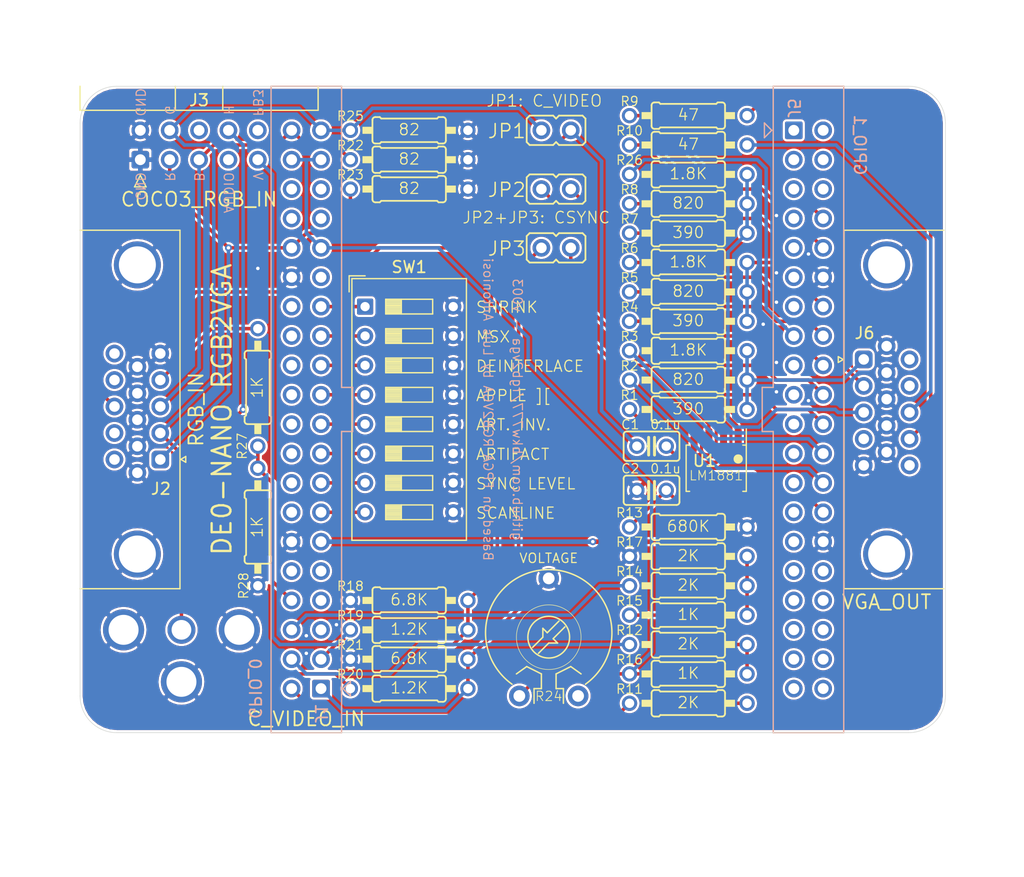
<source format=kicad_pcb>
(kicad_pcb (version 20171130) (host pcbnew 5.1.12-84ad8e8a86~92~ubuntu21.04.1)
  (title_block (title "DE0-NANO RGB2VGA") (date 2021-11-15) (rev 003) (company "Brian K. White - b.kenyon.w@gmail.com") (comment 1 "Original Design: Luis Antoniosi"))
  (layers (0 Top signal) (31 Bottom signal) (34 B.Paste user hide) (35 F.Paste user hide) (36 B.SilkS user) (37 F.SilkS user) (38 B.Mask user hide) (39 F.Mask user) (44 Edge.Cuts user))
  (net 0 "")
  (net 1 GND)
  (net 2 /CSYNC)
  (net 3 /RSET)
  (net 4 /DIFFG)
  (net 5 /HSYNC)
  (net 6 /VSYNC)
  (net 7 /DIFFB)
  (net 8 /DIFFR)
  (net 9 /DIFF_N)
  (net 10 +5V)
  (net 11 /_BRIGHT)
  (net 12 /D0)
  (net 13 /D1)
  (net 14 /_VSYNC)
  (net 15 /D2)
  (net 16 /_HSYNC)
  (net 17 /R2)
  (net 18 /R1)
  (net 19 /R0)
  (net 20 /G2)
  (net 21 /G1)
  (net 22 /G0)
  (net 23 /B1)
  (net 24 /B2)
  (net 25 /B0)
  (net 26 /HS)
  (net 27 /VS)
  (net 28 "Net-(JP2-Pad1)")
  (net 29 "Net-(JP3-Pad1)")
  (net 30 /RED)
  (net 31 /GREEN)
  (net 32 /BLUE)
  (net 33 "Net-(R12-Pad2)")
  (net 34 "Net-(R14-Pad2)")
  (net 35 /BRIGHT)
  (net 36 "Net-(J1-Pad27)")
  (net 37 "Net-(J1-Pad25)")
  (net 38 "Net-(J1-Pad23)")
  (net 39 "Net-(J1-Pad21)")
  (net 40 "Net-(J1-Pad19)")
  (net 41 "Net-(J1-Pad17)")
  (net 42 "Net-(J1-Pad15)")
  (net 43 "Net-(J1-Pad13)")
  (net 44 "Net-(J6-Pad14)")
  (net 45 "Net-(J6-Pad13)")
  (net 46 "Net-(C1-Pad2)")
  (module 000_LOCAL:DE0-Nano (layer Top) (at 143.7 103.765 270)
    (fp_text reference REF** hide)
    (fp_text value DE0-Nano)
  )
  (module 000_LOCAL:C025-025X050 (layer Top) (at 151.765 104.14)
    (fp_text reference C1 (at -1.8415 -1.397 unlocked) (layer F.SilkS) (effects (font (size 0.8 0.8) (thickness 0.1)) (justify bottom)))
    (fp_text value 0.1u (at 1.2065 -1.397 unlocked) (layer F.SilkS) (effects (font (size 0.8 0.8) (thickness 0.1)) (justify bottom)))
    (pad 2 thru_hole circle (at 1.27 0) (size 1.3208 1.3208) (drill 0.8128) (layers *.Cu *.Mask) (net 46 "Net-(C1-Pad2)"))
    (pad 1 thru_hole circle (at -1.27 0) (size 1.3208 1.3208) (drill 0.8128) (layers *.Cu *.Mask) (net 2 /CSYNC))
  )
  (module 000_LOCAL:C025-025X050 (layer Top) (at 151.765 107.95)
    (fp_text reference C2 (at -1.8415 -1.397 unlocked) (layer F.SilkS) (effects (font (size 0.8 0.8) (thickness 0.1)) (justify bottom)))
    (fp_text value 0.1u (at 1.2065 -1.397 unlocked) (layer F.SilkS) (effects (font (size 0.8 0.8) (thickness 0.1)) (justify bottom)))
    (pad 2 thru_hole circle (at 1.27 0) (size 1.3208 1.3208) (drill 0.8128) (layers *.Cu *.Mask) (net 3 /RSET))
    (pad 1 thru_hole circle (at -1.27 0) (size 1.3208 1.3208) (drill 0.8128) (layers *.Cu *.Mask) (net 1 GND))
  )
  (module 000_LOCAL:0207_10 (layer Top) (at 154.94 111.125)
    (fp_text reference R13 (at -5.08 -0.762 unlocked) (layer F.SilkS) (effects (font (size 0.8 0.8) (thickness 0.1)) (justify bottom)))
    (fp_text value 680K (at 0 0.5 unlocked) (layer F.SilkS) (effects (font (size 0.9652 0.9652) (thickness 0.1016)) (justify bottom)))
    (pad 2 thru_hole circle (at 5.08 0) (size 1.3208 1.3208) (drill 0.8128) (layers *.Cu *.Mask) (net 1 GND))
    (pad 1 thru_hole circle (at -5.08 0) (size 1.3208 1.3208) (drill 0.8128) (layers *.Cu *.Mask) (net 3 /RSET))
  )
  (module 000_LOCAL:0207_10 (layer Top) (at 154.94 126.365)
    (fp_text reference R11 (at -5.08 -0.762 unlocked) (layer F.SilkS) (effects (font (size 0.8 0.8) (thickness 0.1)) (justify bottom)))
    (fp_text value 2K (at 0 0.5 unlocked) (layer F.SilkS) (effects (font (size 0.9652 0.9652) (thickness 0.1016)) (justify bottom)))
    (pad 2 thru_hole circle (at 5.08 0) (size 1.3208 1.3208) (drill 0.8128) (layers *.Cu *.Mask) (net 9 /DIFF_N))
    (pad 1 thru_hole circle (at -5.08 0) (size 1.3208 1.3208) (drill 0.8128) (layers *.Cu *.Mask) (net 15 /D2))
  )
  (module 000_LOCAL:0207_10 (layer Top) (at 154.94 123.825)
    (fp_text reference R16 (at -5.08 -0.762 unlocked) (layer F.SilkS) (effects (font (size 0.8 0.8) (thickness 0.1)) (justify bottom)))
    (fp_text value 1K (at 0 0.5 unlocked) (layer F.SilkS) (effects (font (size 0.9652 0.9652) (thickness 0.1016)) (justify bottom)))
    (pad 2 thru_hole circle (at 5.08 0) (size 1.3208 1.3208) (drill 0.8128) (layers *.Cu *.Mask) (net 33 "Net-(R12-Pad2)"))
    (pad 1 thru_hole circle (at -5.08 0) (size 1.3208 1.3208) (drill 0.8128) (layers *.Cu *.Mask) (net 9 /DIFF_N))
  )
  (module 000_LOCAL:0207_10 (layer Top) (at 154.94 121.285)
    (fp_text reference R12 (at -5.08 -0.762 unlocked) (layer F.SilkS) (effects (font (size 0.8 0.8) (thickness 0.1)) (justify bottom)))
    (fp_text value 2K (at 0 0.5 unlocked) (layer F.SilkS) (effects (font (size 0.9652 0.9652) (thickness 0.1016)) (justify bottom)))
    (pad 2 thru_hole circle (at 5.08 0) (size 1.3208 1.3208) (drill 0.8128) (layers *.Cu *.Mask) (net 33 "Net-(R12-Pad2)"))
    (pad 1 thru_hole circle (at -5.08 0) (size 1.3208 1.3208) (drill 0.8128) (layers *.Cu *.Mask) (net 13 /D1))
  )
  (module 000_LOCAL:0207_10 (layer Top) (at 154.94 118.745)
    (fp_text reference R15 (at -5.08 -0.762 unlocked) (layer F.SilkS) (effects (font (size 0.8 0.8) (thickness 0.1)) (justify bottom)))
    (fp_text value 1K (at 0 0.5 unlocked) (layer F.SilkS) (effects (font (size 0.9652 0.9652) (thickness 0.1016)) (justify bottom)))
    (pad 2 thru_hole circle (at 5.08 0) (size 1.3208 1.3208) (drill 0.8128) (layers *.Cu *.Mask) (net 34 "Net-(R14-Pad2)"))
    (pad 1 thru_hole circle (at -5.08 0) (size 1.3208 1.3208) (drill 0.8128) (layers *.Cu *.Mask) (net 33 "Net-(R12-Pad2)"))
  )
  (module 000_LOCAL:0207_10 (layer Top) (at 154.94 116.205)
    (fp_text reference R14 (at -5.08 -0.762 unlocked) (layer F.SilkS) (effects (font (size 0.8 0.8) (thickness 0.1)) (justify bottom)))
    (fp_text value 2K (at 0 0.5 unlocked) (layer F.SilkS) (effects (font (size 0.9652 0.9652) (thickness 0.1016)) (justify bottom)))
    (pad 2 thru_hole circle (at 5.08 0) (size 1.3208 1.3208) (drill 0.8128) (layers *.Cu *.Mask) (net 34 "Net-(R14-Pad2)"))
    (pad 1 thru_hole circle (at -5.08 0) (size 1.3208 1.3208) (drill 0.8128) (layers *.Cu *.Mask) (net 12 /D0))
  )
  (module 000_LOCAL:0207_10 (layer Top) (at 154.94 113.665)
    (fp_text reference R17 (at -5.08 -0.762 unlocked) (layer F.SilkS) (effects (font (size 0.8 0.8) (thickness 0.1)) (justify bottom)))
    (fp_text value 2K (at 0 0.5 unlocked) (layer F.SilkS) (effects (font (size 0.9652 0.9652) (thickness 0.1016)) (justify bottom)))
    (pad 2 thru_hole circle (at 5.08 0) (size 1.3208 1.3208) (drill 0.8128) (layers *.Cu *.Mask) (net 34 "Net-(R14-Pad2)"))
    (pad 1 thru_hole circle (at -5.08 0) (size 1.3208 1.3208) (drill 0.8128) (layers *.Cu *.Mask) (net 1 GND))
  )
  (module 000_LOCAL:0207_10 (layer Top) (at 154.94 100.965)
    (fp_text reference R1 (at -5.08 -0.762 unlocked) (layer F.SilkS) (effects (font (size 0.8 0.8) (thickness 0.1)) (justify bottom)))
    (fp_text value 390 (at 0 0.5 unlocked) (layer F.SilkS) (effects (font (size 0.9652 0.9652) (thickness 0.1016)) (justify bottom)))
    (pad 2 thru_hole circle (at 5.08 0) (size 1.3208 1.3208) (drill 0.8128) (layers *.Cu *.Mask) (net 30 /RED))
    (pad 1 thru_hole circle (at -5.08 0) (size 1.3208 1.3208) (drill 0.8128) (layers *.Cu *.Mask) (net 17 /R2))
  )
  (module 000_LOCAL:0207_10 (layer Top) (at 154.94 98.425)
    (fp_text reference R2 (at -5.08 -0.762 unlocked) (layer F.SilkS) (effects (font (size 0.8 0.8) (thickness 0.1)) (justify bottom)))
    (fp_text value 820 (at 0 0.5 unlocked) (layer F.SilkS) (effects (font (size 0.9652 0.9652) (thickness 0.1016)) (justify bottom)))
    (pad 2 thru_hole circle (at 5.08 0) (size 1.3208 1.3208) (drill 0.8128) (layers *.Cu *.Mask) (net 30 /RED))
    (pad 1 thru_hole circle (at -5.08 0) (size 1.3208 1.3208) (drill 0.8128) (layers *.Cu *.Mask) (net 18 /R1))
  )
  (module 000_LOCAL:0207_10 (layer Top) (at 154.94 95.885)
    (fp_text reference R3 (at -5.08 -0.762 unlocked) (layer F.SilkS) (effects (font (size 0.8 0.8) (thickness 0.1)) (justify bottom)))
    (fp_text value 1.8K (at 0 0.5 unlocked) (layer F.SilkS) (effects (font (size 0.9652 0.9652) (thickness 0.1016)) (justify bottom)))
    (pad 2 thru_hole circle (at 5.08 0) (size 1.3208 1.3208) (drill 0.8128) (layers *.Cu *.Mask) (net 30 /RED))
    (pad 1 thru_hole circle (at -5.08 0) (size 1.3208 1.3208) (drill 0.8128) (layers *.Cu *.Mask) (net 19 /R0))
  )
  (module 000_LOCAL:0207_10 (layer Top) (at 154.94 93.345)
    (fp_text reference R4 (at -5.08 -0.762 unlocked) (layer F.SilkS) (effects (font (size 0.8 0.8) (thickness 0.1)) (justify bottom)))
    (fp_text value 390 (at 0 0.5 unlocked) (layer F.SilkS) (effects (font (size 0.9652 0.9652) (thickness 0.1016)) (justify bottom)))
    (pad 2 thru_hole circle (at 5.08 0) (size 1.3208 1.3208) (drill 0.8128) (layers *.Cu *.Mask) (net 31 /GREEN))
    (pad 1 thru_hole circle (at -5.08 0) (size 1.3208 1.3208) (drill 0.8128) (layers *.Cu *.Mask) (net 20 /G2))
  )
  (module 000_LOCAL:0207_10 (layer Top) (at 154.94 90.805)
    (fp_text reference R5 (at -5.08 -0.762 unlocked) (layer F.SilkS) (effects (font (size 0.8 0.8) (thickness 0.1)) (justify bottom)))
    (fp_text value 820 (at 0 0.5 unlocked) (layer F.SilkS) (effects (font (size 0.9652 0.9652) (thickness 0.1016)) (justify bottom)))
    (pad 2 thru_hole circle (at 5.08 0) (size 1.3208 1.3208) (drill 0.8128) (layers *.Cu *.Mask) (net 31 /GREEN))
    (pad 1 thru_hole circle (at -5.08 0) (size 1.3208 1.3208) (drill 0.8128) (layers *.Cu *.Mask) (net 21 /G1))
  )
  (module 000_LOCAL:0207_10 (layer Top) (at 154.94 88.265)
    (fp_text reference R6 (at -5.08 -0.762 unlocked) (layer F.SilkS) (effects (font (size 0.8 0.8) (thickness 0.1)) (justify bottom)))
    (fp_text value 1.8K (at 0 0.5 unlocked) (layer F.SilkS) (effects (font (size 0.9652 0.9652) (thickness 0.1016)) (justify bottom)))
    (pad 2 thru_hole circle (at 5.08 0) (size 1.3208 1.3208) (drill 0.8128) (layers *.Cu *.Mask) (net 31 /GREEN))
    (pad 1 thru_hole circle (at -5.08 0) (size 1.3208 1.3208) (drill 0.8128) (layers *.Cu *.Mask) (net 22 /G0))
  )
  (module 000_LOCAL:0207_10 (layer Top) (at 154.94 85.725)
    (fp_text reference R7 (at -5.08 -0.762 unlocked) (layer F.SilkS) (effects (font (size 0.8 0.8) (thickness 0.1)) (justify bottom)))
    (fp_text value 390 (at 0 0.5 unlocked) (layer F.SilkS) (effects (font (size 0.9652 0.9652) (thickness 0.1016)) (justify bottom)))
    (pad 2 thru_hole circle (at 5.08 0) (size 1.3208 1.3208) (drill 0.8128) (layers *.Cu *.Mask) (net 32 /BLUE))
    (pad 1 thru_hole circle (at -5.08 0) (size 1.3208 1.3208) (drill 0.8128) (layers *.Cu *.Mask) (net 24 /B2))
  )
  (module 000_LOCAL:0207_10 (layer Top) (at 154.94 83.185)
    (fp_text reference R8 (at -5.08 -0.762 unlocked) (layer F.SilkS) (effects (font (size 0.8 0.8) (thickness 0.1)) (justify bottom)))
    (fp_text value 820 (at 0 0.5 unlocked) (layer F.SilkS) (effects (font (size 0.9652 0.9652) (thickness 0.1016)) (justify bottom)))
    (pad 2 thru_hole circle (at 5.08 0) (size 1.3208 1.3208) (drill 0.8128) (layers *.Cu *.Mask) (net 32 /BLUE))
    (pad 1 thru_hole circle (at -5.08 0) (size 1.3208 1.3208) (drill 0.8128) (layers *.Cu *.Mask) (net 23 /B1))
  )
  (module 000_LOCAL:0207_10 (layer Top) (at 154.94 80.645)
    (fp_text reference R26 (at -5.08 -0.762 unlocked) (layer F.SilkS) (effects (font (size 0.8 0.8) (thickness 0.1)) (justify bottom)))
    (fp_text value 1.8K (at 0 0.5 unlocked) (layer F.SilkS) (effects (font (size 0.9652 0.9652) (thickness 0.1016)) (justify bottom)))
    (pad 2 thru_hole circle (at 5.08 0) (size 1.3208 1.3208) (drill 0.8128) (layers *.Cu *.Mask) (net 32 /BLUE))
    (pad 1 thru_hole circle (at -5.08 0) (size 1.3208 1.3208) (drill 0.8128) (layers *.Cu *.Mask) (net 25 /B0))
  )
  (module 000_LOCAL:0207_10 (layer Top) (at 154.94 78.105)
    (fp_text reference R10 (at -5.08 -0.762 unlocked) (layer F.SilkS) (effects (font (size 0.8 0.8) (thickness 0.1)) (justify bottom)))
    (fp_text value 47 (at 0 0.5 unlocked) (layer F.SilkS) (effects (font (size 0.9652 0.9652) (thickness 0.1016)) (justify bottom)))
    (pad 2 thru_hole circle (at 5.08 0) (size 1.3208 1.3208) (drill 0.8128) (layers *.Cu *.Mask) (net 45 "Net-(J6-Pad13)"))
    (pad 1 thru_hole circle (at -5.08 0) (size 1.3208 1.3208) (drill 0.8128) (layers *.Cu *.Mask) (net 26 /HS))
  )
  (module 000_LOCAL:0207_10 (layer Top) (at 154.94 75.565)
    (fp_text reference R9 (at -5.08 -0.762 unlocked) (layer F.SilkS) (effects (font (size 0.8 0.8) (thickness 0.1)) (justify bottom)))
    (fp_text value 47 (at 0 0.5 unlocked) (layer F.SilkS) (effects (font (size 0.9652 0.9652) (thickness 0.1016)) (justify bottom)))
    (pad 2 thru_hole circle (at 5.08 0) (size 1.3208 1.3208) (drill 0.8128) (layers *.Cu *.Mask) (net 44 "Net-(J6-Pad14)"))
    (pad 1 thru_hole circle (at -5.08 0) (size 1.3208 1.3208) (drill 0.8128) (layers *.Cu *.Mask) (net 27 /VS))
  )
  (module 000_LOCAL:0207_10 (layer Top) (at 130.81 81.915)
    (fp_text reference R23 (at -5.08 -0.762 unlocked) (layer F.SilkS) (effects (font (size 0.8 0.8) (thickness 0.1)) (justify bottom)))
    (fp_text value 82 (at 0 0.5 unlocked) (layer F.SilkS) (effects (font (size 0.9652 0.9652) (thickness 0.1016)) (justify bottom)))
    (pad 2 thru_hole circle (at 5.08 0) (size 1.3208 1.3208) (drill 0.8128) (layers *.Cu *.Mask) (net 1 GND))
    (pad 1 thru_hole circle (at -5.08 0) (size 1.3208 1.3208) (drill 0.8128) (layers *.Cu *.Mask) (net 8 /DIFFR))
  )
  (module 000_LOCAL:0207_10 (layer Top) (at 130.81 79.375)
    (fp_text reference R22 (at -5.08 -0.762 unlocked) (layer F.SilkS) (effects (font (size 0.8 0.8) (thickness 0.1)) (justify bottom)))
    (fp_text value 82 (at 0 0.5 unlocked) (layer F.SilkS) (effects (font (size 0.9652 0.9652) (thickness 0.1016)) (justify bottom)))
    (pad 2 thru_hole circle (at 5.08 0) (size 1.3208 1.3208) (drill 0.8128) (layers *.Cu *.Mask) (net 1 GND))
    (pad 1 thru_hole circle (at -5.08 0) (size 1.3208 1.3208) (drill 0.8128) (layers *.Cu *.Mask) (net 7 /DIFFB))
  )
  (module 000_LOCAL:0207_10 (layer Top) (at 130.81 76.835)
    (fp_text reference R25 (at -5.08 -0.762 unlocked) (layer F.SilkS) (effects (font (size 0.8 0.8) (thickness 0.1)) (justify bottom)))
    (fp_text value 82 (at 0 0.5 unlocked) (layer F.SilkS) (effects (font (size 0.9652 0.9652) (thickness 0.1016)) (justify bottom)))
    (pad 2 thru_hole circle (at 5.08 0) (size 1.3208 1.3208) (drill 0.8128) (layers *.Cu *.Mask) (net 1 GND))
    (pad 1 thru_hole circle (at -5.08 0) (size 1.3208 1.3208) (drill 0.8128) (layers *.Cu *.Mask) (net 4 /DIFFG))
  )
  (module 000_LOCAL:0207_10 (layer Top) (at 130.81 125.095)
    (fp_text reference R20 (at -5.08 -0.762 unlocked) (layer F.SilkS) (effects (font (size 0.8 0.8) (thickness 0.1)) (justify bottom)))
    (fp_text value 1.2K (at 0 0.5 unlocked) (layer F.SilkS) (effects (font (size 0.9652 0.9652) (thickness 0.1016)) (justify bottom)))
    (pad 2 thru_hole circle (at 5.08 0) (size 1.3208 1.3208) (drill 0.8128) (layers *.Cu *.Mask) (net 16 /_HSYNC))
    (pad 1 thru_hole circle (at -5.08 0) (size 1.3208 1.3208) (drill 0.8128) (layers *.Cu *.Mask) (net 5 /HSYNC))
  )
  (module 000_LOCAL:0207_10 (layer Top) (at 130.81 122.555)
    (fp_text reference R21 (at -5.08 -0.762 unlocked) (layer F.SilkS) (effects (font (size 0.8 0.8) (thickness 0.1)) (justify bottom)))
    (fp_text value 6.8K (at 0 0.5 unlocked) (layer F.SilkS) (effects (font (size 0.9652 0.9652) (thickness 0.1016)) (justify bottom)))
    (pad 2 thru_hole circle (at 5.08 0) (size 1.3208 1.3208) (drill 0.8128) (layers *.Cu *.Mask) (net 16 /_HSYNC))
    (pad 1 thru_hole circle (at -5.08 0) (size 1.3208 1.3208) (drill 0.8128) (layers *.Cu *.Mask) (net 1 GND))
  )
  (module 000_LOCAL:0207_10 (layer Top) (at 130.81 120.015)
    (fp_text reference R19 (at -5.08 -0.762 unlocked) (layer F.SilkS) (effects (font (size 0.8 0.8) (thickness 0.1)) (justify bottom)))
    (fp_text value 1.2K (at 0 0.5 unlocked) (layer F.SilkS) (effects (font (size 0.9652 0.9652) (thickness 0.1016)) (justify bottom)))
    (pad 2 thru_hole circle (at 5.08 0) (size 1.3208 1.3208) (drill 0.8128) (layers *.Cu *.Mask) (net 14 /_VSYNC))
    (pad 1 thru_hole circle (at -5.08 0) (size 1.3208 1.3208) (drill 0.8128) (layers *.Cu *.Mask) (net 6 /VSYNC))
  )
  (module 000_LOCAL:0207_10 (layer Top) (at 130.81 117.475)
    (fp_text reference R18 (at -5.08 -0.762 unlocked) (layer F.SilkS) (effects (font (size 0.8 0.8) (thickness 0.1)) (justify bottom)))
    (fp_text value 6.8K (at 0 0.5 unlocked) (layer F.SilkS) (effects (font (size 0.9652 0.9652) (thickness 0.1016)) (justify bottom)))
    (pad 2 thru_hole circle (at 5.08 0) (size 1.3208 1.3208) (drill 0.8128) (layers *.Cu *.Mask) (net 14 /_VSYNC))
    (pad 1 thru_hole circle (at -5.08 0) (size 1.3208 1.3208) (drill 0.8128) (layers *.Cu *.Mask) (net 1 GND))
  )
  (module 000_LOCAL:0207_10 (layer Top) (at 117.729 111.125 90)
    (fp_text reference R28 (at -5.08 -0.762 90 unlocked) (layer F.SilkS) (effects (font (size 0.8 0.8) (thickness 0.1)) (justify bottom)))
    (fp_text value 1K (at 0 0.5 90 unlocked) (layer F.SilkS) (effects (font (size 0.9652 0.9652) (thickness 0.1016)) (justify bottom)))
    (pad 2 thru_hole circle (at 5.08 0 90) (size 1.3208 1.3208) (drill 0.8128) (layers *.Cu *.Mask) (net 11 /_BRIGHT))
    (pad 1 thru_hole circle (at -5.08 0 90) (size 1.3208 1.3208) (drill 0.8128) (layers *.Cu *.Mask) (net 1 GND))
  )
  (module 000_LOCAL:0207_10 (layer Top) (at 117.729 99.06 90)
    (fp_text reference R27 (at -5.08 -0.889 90 unlocked) (layer F.SilkS) (effects (font (size 0.8 0.8) (thickness 0.1)) (justify bottom)))
    (fp_text value 1K (at 0 0.5 90 unlocked) (layer F.SilkS) (effects (font (size 0.9652 0.9652) (thickness 0.1016)) (justify bottom)))
    (pad 2 thru_hole circle (at 5.08 0 90) (size 1.3208 1.3208) (drill 0.8128) (layers *.Cu *.Mask) (net 35 /BRIGHT))
    (pad 1 thru_hole circle (at -5.08 0 90) (size 1.3208 1.3208) (drill 0.8128) (layers *.Cu *.Mask) (net 11 /_BRIGHT))
  )
  (module 000_LOCAL:HD15-SN-25 (layer Top) (at 172.085 100.965 90)
    (fp_text reference J6 (at 6.604 -1.905) (layer F.SilkS))
    (fp_text value VGA_OUT (at -16.637 0) (layer F.SilkS) (effects (font (size 1.2192 1.2192) (thickness 0.1524))))
    (pad 0 thru_hole circle (at 12.5 0 90) (size 4.064 4.064) (drill 3.2004) (layers *.Cu *.Mask) (net 1 GND))
    (pad 0 thru_hole circle (at -12.5 0 90) (size 4.064 4.064) (drill 3.2004) (layers *.Cu *.Mask) (net 1 GND))
    (pad 15 thru_hole circle (at -4.834 1.98 90) (size 1.524 1.524) (drill 0.9144) (layers *.Cu *.Mask))
    (pad 14 thru_hole circle (at -2.544 1.98 90) (size 1.524 1.524) (drill 0.9144) (layers *.Cu *.Mask) (net 44 "Net-(J6-Pad14)"))
    (pad 13 thru_hole circle (at -0.254 1.98 90) (size 1.524 1.524) (drill 0.9144) (layers *.Cu *.Mask) (net 45 "Net-(J6-Pad13)"))
    (pad 12 thru_hole circle (at 2.036 1.98 90) (size 1.524 1.524) (drill 0.9144) (layers *.Cu *.Mask))
    (pad 11 thru_hole circle (at 4.326 1.98 90) (size 1.524 1.524) (drill 0.9144) (layers *.Cu *.Mask))
    (pad 10 thru_hole circle (at -3.689 0 90) (size 1.524 1.524) (drill 0.9144) (layers *.Cu *.Mask) (net 1 GND))
    (pad 9 thru_hole circle (at -1.399 0 90) (size 1.524 1.524) (drill 0.9144) (layers *.Cu *.Mask) (net 1 GND))
    (pad 8 thru_hole circle (at 0.891 0 90) (size 1.524 1.524) (drill 0.9144) (layers *.Cu *.Mask) (net 1 GND))
    (pad 7 thru_hole circle (at 3.181 0 90) (size 1.524 1.524) (drill 0.9144) (layers *.Cu *.Mask) (net 1 GND))
    (pad 6 thru_hole circle (at 5.471 0 90) (size 1.524 1.524) (drill 0.9144) (layers *.Cu *.Mask) (net 1 GND))
    (pad 5 thru_hole circle (at -4.834 -1.98 90) (size 1.524 1.524) (drill 0.9144) (layers *.Cu *.Mask) (net 1 GND))
    (pad 4 thru_hole circle (at -2.544 -1.98 90) (size 1.524 1.524) (drill 0.9144) (layers *.Cu *.Mask))
    (pad 3 thru_hole circle (at -0.254 -1.98 90) (size 1.524 1.524) (drill 0.9144) (layers *.Cu *.Mask) (net 32 /BLUE))
    (pad 2 thru_hole circle (at 2.036 -1.98 90) (size 1.524 1.524) (drill 0.9144) (layers *.Cu *.Mask) (net 31 /GREEN))
    (pad 1 thru_hole roundrect (at 4.326 -1.98 90) (size 1.524 1.524) (drill 0.9144) (layers *.Cu *.Mask) (net 30 /RED))
  )
  (module 000_LOCAL:HD15-SN-25 (layer Top) (at 107.315 100.965 270)
    (fp_text reference J2 (at 6.858 -2.032) (layer F.SilkS))
    (fp_text value RGB_IN (at 0 -5.08 90) (layer F.SilkS) (effects (font (size 1.2192 1.2192) (thickness 0.1524))))
    (pad 0 thru_hole circle (at 12.5 0 270) (size 4.064 4.064) (drill 3.2004) (layers *.Cu *.Mask) (net 1 GND))
    (pad 0 thru_hole circle (at -12.5 0 270) (size 4.064 4.064) (drill 3.2004) (layers *.Cu *.Mask) (net 1 GND))
    (pad 15 thru_hole circle (at -4.834 1.98 270) (size 1.524 1.524) (drill 0.9144) (layers *.Cu *.Mask))
    (pad 14 thru_hole circle (at -2.544 1.98 270) (size 1.524 1.524) (drill 0.9144) (layers *.Cu *.Mask))
    (pad 13 thru_hole circle (at -0.254 1.98 270) (size 1.524 1.524) (drill 0.9144) (layers *.Cu *.Mask) (net 2 /CSYNC))
    (pad 12 thru_hole circle (at 2.036 1.98 270) (size 1.524 1.524) (drill 0.9144) (layers *.Cu *.Mask))
    (pad 11 thru_hole circle (at 4.326 1.98 270) (size 1.524 1.524) (drill 0.9144) (layers *.Cu *.Mask))
    (pad 10 thru_hole circle (at -3.689 0 270) (size 1.524 1.524) (drill 0.9144) (layers *.Cu *.Mask) (net 1 GND))
    (pad 9 thru_hole circle (at -1.399 0 270) (size 1.524 1.524) (drill 0.9144) (layers *.Cu *.Mask) (net 1 GND))
    (pad 8 thru_hole circle (at 0.891 0 270) (size 1.524 1.524) (drill 0.9144) (layers *.Cu *.Mask) (net 1 GND))
    (pad 7 thru_hole circle (at 3.181 0 270) (size 1.524 1.524) (drill 0.9144) (layers *.Cu *.Mask) (net 1 GND))
    (pad 6 thru_hole circle (at 5.471 0 270) (size 1.524 1.524) (drill 0.9144) (layers *.Cu *.Mask) (net 1 GND))
    (pad 5 thru_hole circle (at -4.834 -1.98 270) (size 1.524 1.524) (drill 0.9144) (layers *.Cu *.Mask) (net 1 GND))
    (pad 4 thru_hole circle (at -2.544 -1.98 270) (size 1.524 1.524) (drill 0.9144) (layers *.Cu *.Mask) (net 35 /BRIGHT))
    (pad 3 thru_hole circle (at -0.254 -1.98 270) (size 1.524 1.524) (drill 0.9144) (layers *.Cu *.Mask) (net 7 /DIFFB))
    (pad 2 thru_hole circle (at 2.036 -1.98 270) (size 1.524 1.524) (drill 0.9144) (layers *.Cu *.Mask) (net 4 /DIFFG))
    (pad 1 thru_hole roundrect (at 4.326 -1.98 270) (size 1.524 1.524) (drill 0.9144) (layers *.Cu *.Mask) (net 8 /DIFFR))
  )
  (module 000_LOCAL:IDC-Header_2x05_P2.54mm_Horizontal (layer Top) (at 107.569 79.375 90)
    (fp_text reference J3 (at 5.1435 5.08) (layer F.SilkS))
    (fp_text value COCO3_RGB_IN (at -3.429 5.08 180) (layer F.SilkS) (effects (font (size 1.2192 1.2192) (thickness 0.1524))))
    (pad 10 thru_hole circle (at 2.54 10.16 90) (size 1.524 1.524) (drill 0.9398) (layers *.Cu *.Mask))
    (pad 8 thru_hole circle (at 2.54 7.62 90) (size 1.524 1.524) (drill 0.9398) (layers *.Cu *.Mask) (net 5 /HSYNC))
    (pad 6 thru_hole circle (at 2.54 5.08 90) (size 1.524 1.524) (drill 0.9398) (layers *.Cu *.Mask))
    (pad 4 thru_hole circle (at 2.54 2.54 90) (size 1.524 1.524) (drill 0.9398) (layers *.Cu *.Mask) (net 4 /DIFFG))
    (pad 2 thru_hole circle (at 2.54 0 90) (size 1.524 1.524) (drill 0.9398) (layers *.Cu *.Mask) (net 1 GND))
    (pad 9 thru_hole circle (at 0 10.16 90) (size 1.524 1.524) (drill 0.9398) (layers *.Cu *.Mask) (net 6 /VSYNC))
    (pad 7 thru_hole circle (at 0 7.62 90) (size 1.524 1.524) (drill 0.9398) (layers *.Cu *.Mask))
    (pad 5 thru_hole circle (at 0 5.08 90) (size 1.524 1.524) (drill 0.9398) (layers *.Cu *.Mask) (net 7 /DIFFB))
    (pad 3 thru_hole circle (at 0 2.54 90) (size 1.524 1.524) (drill 0.9398) (layers *.Cu *.Mask) (net 8 /DIFFR))
    (pad 1 thru_hole roundrect (at 0 0 90) (size 1.524 1.524) (drill 0.9398) (layers *.Cu *.Mask) (roundrect_rratio 0.147) (net 1 GND))
  )
  (module 000_LOCAL:PinSocket_2x20_P2.54mm_Vertical (layer Bottom) (at 164.0586 76.835 180)
    (fp_text reference J5 (at 0 1.905 270 unlocked) (layer B.SilkS) (effects (justify mirror)))
    (fp_text value GPIO_1 (at -5.715 -1.27 270 unlocked) (layer B.SilkS) (effects (justify mirror)))
    (pad 40 thru_hole circle (at -2.54 -48.26 180) (size 1.524 1.524) (drill 0.9398) (layers *.Cu *.Mask))
    (pad 39 thru_hole circle (at 0 -48.26 180) (size 1.524 1.524) (drill 0.9398) (layers *.Cu *.Mask))
    (pad 38 thru_hole circle (at -2.54 -45.72 180) (size 1.524 1.524) (drill 0.9398) (layers *.Cu *.Mask))
    (pad 37 thru_hole circle (at 0 -45.72 180) (size 1.524 1.524) (drill 0.9398) (layers *.Cu *.Mask))
    (pad 36 thru_hole circle (at -2.54 -43.18 180) (size 1.524 1.524) (drill 0.9398) (layers *.Cu *.Mask))
    (pad 35 thru_hole circle (at 0 -43.18 180) (size 1.524 1.524) (drill 0.9398) (layers *.Cu *.Mask))
    (pad 34 thru_hole circle (at -2.54 -40.64 180) (size 1.524 1.524) (drill 0.9398) (layers *.Cu *.Mask))
    (pad 33 thru_hole circle (at 0 -40.64 180) (size 1.524 1.524) (drill 0.9398) (layers *.Cu *.Mask))
    (pad 32 thru_hole circle (at -2.54 -38.1 180) (size 1.524 1.524) (drill 0.9398) (layers *.Cu *.Mask))
    (pad 31 thru_hole circle (at 0 -38.1 180) (size 1.524 1.524) (drill 0.9398) (layers *.Cu *.Mask))
    (pad 30 thru_hole circle (at -2.54 -35.56 180) (size 1.524 1.524) (drill 0.9398) (layers *.Cu *.Mask) (net 1 GND))
    (pad 29 thru_hole circle (at 0 -35.56 180) (size 1.524 1.524) (drill 0.9398) (layers *.Cu *.Mask))
    (pad 28 thru_hole circle (at -2.54 -33.02 180) (size 1.524 1.524) (drill 0.9398) (layers *.Cu *.Mask) (net 17 /R2))
    (pad 27 thru_hole circle (at 0 -33.02 180) (size 1.524 1.524) (drill 0.9398) (layers *.Cu *.Mask))
    (pad 26 thru_hole circle (at -2.54 -30.48 180) (size 1.524 1.524) (drill 0.9398) (layers *.Cu *.Mask) (net 18 /R1))
    (pad 25 thru_hole circle (at 0 -30.48 180) (size 1.524 1.524) (drill 0.9398) (layers *.Cu *.Mask))
    (pad 24 thru_hole circle (at -2.54 -27.94 180) (size 1.524 1.524) (drill 0.9398) (layers *.Cu *.Mask) (net 19 /R0))
    (pad 23 thru_hole circle (at 0 -27.94 180) (size 1.524 1.524) (drill 0.9398) (layers *.Cu *.Mask))
    (pad 22 thru_hole circle (at -2.54 -25.4 180) (size 1.524 1.524) (drill 0.9398) (layers *.Cu *.Mask) (net 20 /G2))
    (pad 21 thru_hole circle (at 0 -25.4 180) (size 1.524 1.524) (drill 0.9398) (layers *.Cu *.Mask))
    (pad 20 thru_hole circle (at -2.54 -22.86 180) (size 1.524 1.524) (drill 0.9398) (layers *.Cu *.Mask) (net 21 /G1))
    (pad 19 thru_hole circle (at 0 -22.86 180) (size 1.524 1.524) (drill 0.9398) (layers *.Cu *.Mask))
    (pad 18 thru_hole circle (at -2.54 -20.32 180) (size 1.524 1.524) (drill 0.9398) (layers *.Cu *.Mask) (net 22 /G0))
    (pad 17 thru_hole circle (at 0 -20.32 180) (size 1.524 1.524) (drill 0.9398) (layers *.Cu *.Mask))
    (pad 16 thru_hole circle (at -2.54 -17.78 180) (size 1.524 1.524) (drill 0.9398) (layers *.Cu *.Mask) (net 24 /B2))
    (pad 15 thru_hole circle (at 0 -17.78 180) (size 1.524 1.524) (drill 0.9398) (layers *.Cu *.Mask) (net 25 /B0))
    (pad 14 thru_hole circle (at -2.54 -15.24 180) (size 1.524 1.524) (drill 0.9398) (layers *.Cu *.Mask) (net 23 /B1))
    (pad 13 thru_hole circle (at 0 -15.24 180) (size 1.524 1.524) (drill 0.9398) (layers *.Cu *.Mask))
    (pad 12 thru_hole circle (at -2.54 -12.7 180) (size 1.524 1.524) (drill 0.9398) (layers *.Cu *.Mask) (net 1 GND))
    (pad 11 thru_hole circle (at 0 -12.7 180) (size 1.524 1.524) (drill 0.9398) (layers *.Cu *.Mask))
    (pad 10 thru_hole circle (at -2.54 -10.16 180) (size 1.524 1.524) (drill 0.9398) (layers *.Cu *.Mask) (net 26 /HS))
    (pad 9 thru_hole circle (at 0 -10.16 180) (size 1.524 1.524) (drill 0.9398) (layers *.Cu *.Mask))
    (pad 8 thru_hole circle (at -2.54 -7.62 180) (size 1.524 1.524) (drill 0.9398) (layers *.Cu *.Mask) (net 27 /VS))
    (pad 7 thru_hole circle (at 0 -7.62 180) (size 1.524 1.524) (drill 0.9398) (layers *.Cu *.Mask))
    (pad 6 thru_hole circle (at -2.54 -5.08 180) (size 1.524 1.524) (drill 0.9398) (layers *.Cu *.Mask))
    (pad 5 thru_hole circle (at 0 -5.08 180) (size 1.524 1.524) (drill 0.9398) (layers *.Cu *.Mask))
    (pad 4 thru_hole circle (at -2.54 -2.54 180) (size 1.524 1.524) (drill 0.9398) (layers *.Cu *.Mask))
    (pad 3 thru_hole circle (at 0 -2.54 180) (size 1.524 1.524) (drill 0.9398) (layers *.Cu *.Mask))
    (pad 2 thru_hole circle (at -2.54 0 180) (size 1.524 1.524) (drill 0.9398) (layers *.Cu *.Mask))
    (pad 1 thru_hole roundrect (at 0 0 180) (size 1.524 1.524) (drill 0.9398) (layers *.Cu *.Mask) (roundrect_rratio 0.1))
  )
  (module 000_LOCAL:PinSocket_2x20_P2.54mm_Vertical (layer Bottom) (at 123.19 125.095)
    (fp_text reference J1 (at 0 2.159 -90 unlocked) (layer B.SilkS) (effects (justify mirror)))
    (fp_text value GPIO_0 (at -5.715 0 -90 unlocked) (layer B.SilkS) (effects (justify mirror)))
    (pad 40 thru_hole circle (at -2.54 -48.26) (size 1.524 1.524) (drill 0.9398) (layers *.Cu *.Mask) (net 7 /DIFFB))
    (pad 39 thru_hole circle (at 0 -48.26) (size 1.524 1.524) (drill 0.9398) (layers *.Cu *.Mask) (net 4 /DIFFG))
    (pad 38 thru_hole circle (at -2.54 -45.72) (size 1.524 1.524) (drill 0.9398) (layers *.Cu *.Mask) (net 9 /DIFF_N))
    (pad 37 thru_hole circle (at 0 -45.72) (size 1.524 1.524) (drill 0.9398) (layers *.Cu *.Mask) (net 9 /DIFF_N))
    (pad 36 thru_hole circle (at -2.54 -43.18) (size 1.524 1.524) (drill 0.9398) (layers *.Cu *.Mask))
    (pad 35 thru_hole circle (at 0 -43.18) (size 1.524 1.524) (drill 0.9398) (layers *.Cu *.Mask))
    (pad 34 thru_hole circle (at -2.54 -40.64) (size 1.524 1.524) (drill 0.9398) (layers *.Cu *.Mask))
    (pad 33 thru_hole circle (at 0 -40.64) (size 1.524 1.524) (drill 0.9398) (layers *.Cu *.Mask))
    (pad 32 thru_hole circle (at -2.54 -38.1) (size 1.524 1.524) (drill 0.9398) (layers *.Cu *.Mask) (net 8 /DIFFR))
    (pad 31 thru_hole circle (at 0 -38.1) (size 1.524 1.524) (drill 0.9398) (layers *.Cu *.Mask) (net 9 /DIFF_N))
    (pad 30 thru_hole circle (at -2.54 -35.56) (size 1.524 1.524) (drill 0.9398) (layers *.Cu *.Mask) (net 1 GND))
    (pad 29 thru_hole circle (at 0 -35.56) (size 1.524 1.524) (drill 0.9398) (layers *.Cu *.Mask))
    (pad 28 thru_hole circle (at -2.54 -33.02) (size 1.524 1.524) (drill 0.9398) (layers *.Cu *.Mask))
    (pad 27 thru_hole circle (at 0 -33.02) (size 1.524 1.524) (drill 0.9398) (layers *.Cu *.Mask) (net 36 "Net-(J1-Pad27)"))
    (pad 26 thru_hole circle (at -2.54 -30.48) (size 1.524 1.524) (drill 0.9398) (layers *.Cu *.Mask))
    (pad 25 thru_hole circle (at 0 -30.48) (size 1.524 1.524) (drill 0.9398) (layers *.Cu *.Mask) (net 37 "Net-(J1-Pad25)"))
    (pad 24 thru_hole circle (at -2.54 -27.94) (size 1.524 1.524) (drill 0.9398) (layers *.Cu *.Mask))
    (pad 23 thru_hole circle (at 0 -27.94) (size 1.524 1.524) (drill 0.9398) (layers *.Cu *.Mask) (net 38 "Net-(J1-Pad23)"))
    (pad 22 thru_hole circle (at -2.54 -25.4) (size 1.524 1.524) (drill 0.9398) (layers *.Cu *.Mask))
    (pad 21 thru_hole circle (at 0 -25.4) (size 1.524 1.524) (drill 0.9398) (layers *.Cu *.Mask) (net 39 "Net-(J1-Pad21)"))
    (pad 20 thru_hole circle (at -2.54 -22.86) (size 1.524 1.524) (drill 0.9398) (layers *.Cu *.Mask))
    (pad 19 thru_hole circle (at 0 -22.86) (size 1.524 1.524) (drill 0.9398) (layers *.Cu *.Mask) (net 40 "Net-(J1-Pad19)"))
    (pad 18 thru_hole circle (at -2.54 -20.32) (size 1.524 1.524) (drill 0.9398) (layers *.Cu *.Mask))
    (pad 17 thru_hole circle (at 0 -20.32) (size 1.524 1.524) (drill 0.9398) (layers *.Cu *.Mask) (net 41 "Net-(J1-Pad17)"))
    (pad 16 thru_hole circle (at -2.54 -17.78) (size 1.524 1.524) (drill 0.9398) (layers *.Cu *.Mask))
    (pad 15 thru_hole circle (at 0 -17.78) (size 1.524 1.524) (drill 0.9398) (layers *.Cu *.Mask) (net 42 "Net-(J1-Pad15)"))
    (pad 14 thru_hole circle (at -2.54 -15.24) (size 1.524 1.524) (drill 0.9398) (layers *.Cu *.Mask))
    (pad 13 thru_hole circle (at 0 -15.24) (size 1.524 1.524) (drill 0.9398) (layers *.Cu *.Mask) (net 43 "Net-(J1-Pad13)"))
    (pad 12 thru_hole circle (at -2.54 -12.7) (size 1.524 1.524) (drill 0.9398) (layers *.Cu *.Mask) (net 1 GND))
    (pad 11 thru_hole circle (at 0 -12.7) (size 1.524 1.524) (drill 0.9398) (layers *.Cu *.Mask) (net 10 +5V))
    (pad 10 thru_hole circle (at -2.54 -10.16) (size 1.524 1.524) (drill 0.9398) (layers *.Cu *.Mask))
    (pad 9 thru_hole circle (at 0 -10.16) (size 1.524 1.524) (drill 0.9398) (layers *.Cu *.Mask))
    (pad 8 thru_hole circle (at -2.54 -7.62) (size 1.524 1.524) (drill 0.9398) (layers *.Cu *.Mask) (net 11 /_BRIGHT))
    (pad 7 thru_hole circle (at 0 -7.62) (size 1.524 1.524) (drill 0.9398) (layers *.Cu *.Mask))
    (pad 6 thru_hole circle (at -2.54 -5.08) (size 1.524 1.524) (drill 0.9398) (layers *.Cu *.Mask) (net 12 /D0))
    (pad 5 thru_hole circle (at 0 -5.08) (size 1.524 1.524) (drill 0.9398) (layers *.Cu *.Mask))
    (pad 4 thru_hole circle (at -2.54 -2.54) (size 1.524 1.524) (drill 0.9398) (layers *.Cu *.Mask) (net 13 /D1))
    (pad 3 thru_hole circle (at 0 -2.54) (size 1.524 1.524) (drill 0.9398) (layers *.Cu *.Mask) (net 14 /_VSYNC))
    (pad 2 thru_hole circle (at -2.54 0) (size 1.524 1.524) (drill 0.9398) (layers *.Cu *.Mask) (net 15 /D2))
    (pad 1 thru_hole roundrect (at 0 0) (size 1.524 1.524) (drill 0.9398) (layers *.Cu *.Mask) (roundrect_rratio 0.1) (net 16 /_HSYNC))
  )
  (module 000_LOCAL:SOIC-8_4x5 (layer Top) (at 157.353 106.045 270)
    (fp_text reference U1 (at -0.635 1.016) (layer F.SilkS))
    (fp_text value LM1881 (at 0.635 0) (layer F.SilkS) (effects (font (size 0.8128 0.8128) (thickness 0.0762))))
    (pad 8 smd roundrect (at 2.475 -1.905 270) (size 1.95 0.6) (layers Top F.Paste F.Mask) (net 10 +5V))
    (pad 7 smd roundrect (at 2.475 -0.635 270) (size 1.95 0.6) (layers Top F.Paste F.Mask))
    (pad 6 smd roundrect (at 2.475 0.635 270) (size 1.95 0.6) (layers Top F.Paste F.Mask) (net 3 /RSET))
    (pad 5 smd roundrect (at 2.475 1.905 270) (size 1.95 0.6) (layers Top F.Paste F.Mask))
    (pad 4 smd roundrect (at -2.475 1.905 270) (size 1.95 0.6) (layers Top F.Paste F.Mask) (net 1 GND))
    (pad 3 smd roundrect (at -2.475 0.635 270) (size 1.95 0.6) (layers Top F.Paste F.Mask) (net 29 "Net-(JP3-Pad1)"))
    (pad 2 smd roundrect (at -2.475 -0.635 270) (size 1.95 0.6) (layers Top F.Paste F.Mask) (net 46 "Net-(C1-Pad2)"))
    (pad 1 smd roundrect (at -2.475 -1.905 270) (size 1.95 0.6) (layers Top F.Paste F.Mask) (net 28 "Net-(JP2-Pad1)"))
  )
  (module 000_LOCAL:SW_DIP_SPSTx08_Slide_9.78x22.5mm_W7.62mm_P2.54mm (layer Top) (at 127 92.075)
    (fp_text reference SW1 (at 3.81 -3.42) (layer F.SilkS))
    (fp_text value SW_DIP_x08)
    (pad 16 thru_hole circle (at 7.62 0) (size 1.397 1.397) (drill 0.8) (layers *.Cu *.Mask) (net 1 GND))
    (pad 8 thru_hole circle (at 0 17.78) (size 1.397 1.397) (drill 0.8) (layers *.Cu *.Mask) (net 43 "Net-(J1-Pad13)"))
    (pad 15 thru_hole circle (at 7.62 2.54) (size 1.397 1.397) (drill 0.8) (layers *.Cu *.Mask) (net 1 GND))
    (pad 7 thru_hole circle (at 0 15.24) (size 1.397 1.397) (drill 0.8) (layers *.Cu *.Mask) (net 42 "Net-(J1-Pad15)"))
    (pad 14 thru_hole circle (at 7.62 5.08) (size 1.397 1.397) (drill 0.8) (layers *.Cu *.Mask) (net 1 GND))
    (pad 6 thru_hole circle (at 0 12.7) (size 1.397 1.397) (drill 0.8) (layers *.Cu *.Mask) (net 41 "Net-(J1-Pad17)"))
    (pad 13 thru_hole circle (at 7.62 7.62) (size 1.397 1.397) (drill 0.8) (layers *.Cu *.Mask) (net 1 GND))
    (pad 5 thru_hole circle (at 0 10.16) (size 1.397 1.397) (drill 0.8) (layers *.Cu *.Mask) (net 40 "Net-(J1-Pad19)"))
    (pad 12 thru_hole circle (at 7.62 10.16) (size 1.397 1.397) (drill 0.8) (layers *.Cu *.Mask) (net 1 GND))
    (pad 4 thru_hole circle (at 0 7.62) (size 1.397 1.397) (drill 0.8) (layers *.Cu *.Mask) (net 39 "Net-(J1-Pad21)"))
    (pad 11 thru_hole circle (at 7.62 12.7) (size 1.397 1.397) (drill 0.8) (layers *.Cu *.Mask) (net 1 GND))
    (pad 3 thru_hole circle (at 0 5.08) (size 1.397 1.397) (drill 0.8) (layers *.Cu *.Mask) (net 38 "Net-(J1-Pad23)"))
    (pad 10 thru_hole circle (at 7.62 15.24) (size 1.397 1.397) (drill 0.8) (layers *.Cu *.Mask) (net 1 GND))
    (pad 2 thru_hole circle (at 0 2.54) (size 1.397 1.397) (drill 0.8) (layers *.Cu *.Mask) (net 37 "Net-(J1-Pad25)"))
    (pad 9 thru_hole circle (at 7.62 17.78) (size 1.397 1.397) (drill 0.8) (layers *.Cu *.Mask) (net 1 GND))
    (pad 1 thru_hole roundrect (at 0 0) (size 1.397 1.397) (drill 0.8) (layers *.Cu *.Mask) (roundrect_rratio 0.1) (net 36 "Net-(J1-Pad27)"))
  )
  (module 000_LOCAL:PT-10 (layer Top) (at 142.875 120.65)
    (fp_text reference R24 (at 0 5.588 unlocked) (layer F.SilkS) (effects (font (size 0.8128 0.8128) (thickness 0.0762)) (justify bottom)))
    (fp_text value 10K)
    (pad 2 thru_hole circle (at 0 -5.08) (size 1.778 1.778) (drill 1.016) (layers *.Cu *.Mask) (net 1 GND))
    (pad 3 thru_hole circle (at 2.54 5.08) (size 1.778 1.778) (drill 1.016) (layers *.Cu *.Mask))
    (pad 1 thru_hole circle (at -2.54 5.08) (size 1.778 1.778) (drill 1.016) (layers *.Cu *.Mask) (net 9 /DIFF_N))
  )
  (module 000_LOCAL:JP (layer Top) (at 143.51 86.995 90)
    (fp_text reference JP3 (at 0.635 -2.54 unlocked) (layer F.SilkS) (effects (font (size 1.2065 1.2065) (thickness 0.127)) (justify right top)))
    (fp_text value Jumper_2_Open)
    (pad 2 thru_hole circle (at 0 -1.27 90) (size 1.524 1.524) (drill 0.9144) (layers *.Cu *.Mask) (net 14 /_VSYNC))
    (pad 1 thru_hole circle (at 0 1.27 90) (size 1.524 1.524) (drill 0.9144) (layers *.Cu *.Mask) (net 29 "Net-(JP3-Pad1)"))
  )
  (module 000_LOCAL:JP (layer Top) (at 143.51 81.915 90)
    (fp_text reference JP2 (at 0.635 -2.54 unlocked) (layer F.SilkS) (effects (font (size 1.2065 1.2065) (thickness 0.127)) (justify right top)))
    (fp_text value Jumper_2_Open)
    (pad 2 thru_hole circle (at 0 -1.27 90) (size 1.524 1.524) (drill 0.9144) (layers *.Cu *.Mask) (net 16 /_HSYNC))
    (pad 1 thru_hole circle (at 0 1.27 90) (size 1.524 1.524) (drill 0.9144) (layers *.Cu *.Mask) (net 28 "Net-(JP2-Pad1)"))
  )
  (module 000_LOCAL:JP (layer Top) (at 143.51 76.835 270)
    (fp_text reference JP1 (at -0.635 2.54 unlocked) (layer F.SilkS) (effects (font (size 1.2065 1.2065) (thickness 0.127)) (justify right top)))
    (fp_text value Jumper_2_Open)
    (pad 2 thru_hole circle (at 0 -1.27 270) (size 1.524 1.524) (drill 0.9144) (layers *.Cu *.Mask) (net 2 /CSYNC))
    (pad 1 thru_hole circle (at 0 1.27 270) (size 1.524 1.524) (drill 0.9144) (layers *.Cu *.Mask) (net 4 /DIFFG))
  )
  (module 000_LOCAL:RCA (layer Top) (at 111.125 120.015 180)
    (fp_text reference J4 hide)
    (fp_text value C_VIDEO_IN (at -10.795 -6.985 unlocked) (layer F.SilkS) (effects (font (size 1.2192 1.2192) (thickness 0.1524)) (justify top)))
    (pad 1 thru_hole circle (at 0 0) (size 2.413 2.413) (drill 1.7018) (layers *.Cu *.Mask) (net 4 /DIFFG))
    (pad 2 thru_hole circle (at 0 -4.4958 180) (size 3.556 3.556) (drill 2.5908) (layers *.Cu *.Mask) (net 1 GND))
    (pad 2 thru_hole circle (at 5.0038 0 180) (size 3.556 3.556) (drill 2.5908) (layers *.Cu *.Mask) (net 1 GND))
    (pad 2 thru_hole circle (at -5.0038 0 180) (size 3.556 3.556) (drill 2.5908) (layers *.Cu *.Mask) (net 1 GND))
  )
  (gr_text GND (at 107.569 80.391 -90) (layer B.SilkS) (effects (font (size 0.8 0.8) (thickness 0.1)) (justify right mirror)))
  (gr_text G (at 110.109 75.565 -90) (layer B.SilkS) (effects (font (size 0.8 0.8) (thickness 0.1)) (justify left mirror)))
  (gr_text PB3 (at 117.729 75.692 -90) (layer B.SilkS) (effects (font (size 0.8 0.8) (thickness 0.1)) (justify left mirror)))
  (gr_text GND (at 107.569 75.692 -90) (layer B.SilkS) (effects (font (size 0.8 0.8) (thickness 0.1)) (justify left mirror)))
  (gr_text R (at 110.109 80.391 -90) (layer B.SilkS) (effects (font (size 0.8 0.8) (thickness 0.1)) (justify right mirror)))
  (gr_text B (at 112.649 80.391 -90) (layer B.SilkS) (effects (font (size 0.8 0.8) (thickness 0.1)) (justify right mirror)))
  (gr_text AUDIO (at 115.189 80.391 -90) (layer B.SilkS) (effects (font (size 0.8 0.8) (thickness 0.1)) (justify right mirror)))
  (gr_text H (at 115.189 75.565 -90) (layer B.SilkS) (effects (font (size 0.8 0.8) (thickness 0.1)) (justify left mirror)))
  (gr_text V (at 117.729 80.391 -90) (layer B.SilkS) (effects (font (size 0.8 0.8) (thickness 0.1)) (justify right mirror)))
  (gr_text "github.com/bkw777/rgb2vga - v003" (at 139.7 100.965 -90) (layer B.SilkS) (effects (font (size 0.8 0.8) (thickness 0.1)) (justify bottom mirror)))
  (gr_arc (start 105.537 125.73) (end 102.362 125.73) (angle -90) (layer Edge.Cuts) (width 0.05))
  (gr_arc (start 173.99 125.73) (end 173.99 128.905) (angle -90) (layer Edge.Cuts) (width 0.05))
  (gr_arc (start 105.537 76.2) (end 105.537 73.025) (angle -90) (layer Edge.Cuts) (width 0.05))
  (gr_arc (start 173.99 76.2) (end 177.165 76.2) (angle -90) (layer Edge.Cuts) (width 0.05))
  (gr_line (start 177.165 125.73) (end 177.165 76.2) (layer Edge.Cuts) (width 0.05))
  (gr_line (start 105.537 128.905) (end 173.99 128.905) (layer Edge.Cuts) (width 0.05))
  (gr_line (start 173.99 73.025) (end 105.537 73.025) (layer Edge.Cuts) (width 0.05))
  (gr_line (start 102.362 76.2) (end 102.362 125.73) (layer Edge.Cuts) (width 0.05))
  (gr_text "DE0-NANO RGB2VGA" (at 115.57 100.965 90) (layer F.SilkS) (effects (font (size 1.6256 1.6256) (thickness 0.2032)) (justify bottom)))
  (gr_text SCANLINE (at 136.525 110.49) (layer F.SilkS) (effects (font (size 0.9652 0.9652) (thickness 0.1016)) (justify left bottom)))
  (gr_text "SYNC LEVEL" (at 136.525 107.95) (layer F.SilkS) (effects (font (size 0.9652 0.9652) (thickness 0.1016)) (justify left bottom)))
  (gr_text ARTIFACT (at 136.525 105.41) (layer F.SilkS) (effects (font (size 0.9652 0.9652) (thickness 0.1016)) (justify left bottom)))
  (gr_text "ART. INV." (at 136.525 102.8536) (layer F.SilkS) (effects (font (size 0.9652 0.9652) (thickness 0.1016)) (justify left bottom)))
  (gr_text DEINTERLACE (at 136.525 97.79) (layer F.SilkS) (effects (font (size 0.9652 0.9652) (thickness 0.1016)) (justify left bottom)))
  (gr_text SHRINK (at 136.525 92.6936) (layer F.SilkS) (effects (font (size 0.9652 0.9652) (thickness 0.1016)) (justify left bottom)))
  (gr_text VOLTAGE (at 142.875 114.3) (layer F.SilkS) (effects (font (size 0.8128 0.8128) (thickness 0.1016)) (justify bottom)))
  (gr_text MSX (at 136.525 95.25) (layer F.SilkS) (effects (font (size 0.9652 0.9652) (thickness 0.1016)) (justify left bottom)))
  (gr_text "JP1: C_VIDEO" (at 142.494 74.8665) (layer F.SilkS) (effects (font (size 1 1) (thickness 0.1)) (justify bottom)))
  (gr_text "JP2+JP3: CSYNC" (at 141.7955 84.963) (layer F.SilkS) (effects (font (size 1 1) (thickness 0.1)) (justify bottom)))
  (gr_text "APPLE ][" (at 136.525 100.33) (layer F.SilkS) (effects (font (size 0.9652 0.9652) (thickness 0.1016)) (justify left bottom)))
  (gr_text "Based on FPGA RGB2VGA by Luis Antoniosi" (at 137.16 100.965 -90) (layer B.SilkS) (effects (font (size 0.8 0.8) (thickness 0.1)) (justify bottom mirror)))
  (via (at 117.729 88.773) (size 0.6) (drill 0.3) (layers Top Bottom) (net 1))
  (via (at 124.5235 119.5705) (size 0.6) (drill 0.3) (layers Top Bottom) (net 1))
  (via (at 121.92 120.523) (size 0.6) (drill 0.3) (layers Top Bottom) (net 1))
  (via (at 121.92 122.047) (size 0.6) (drill 0.3) (layers Top Bottom) (net 1))
  (via (at 165.3286 100.203) (size 0.6) (drill 0.3) (layers Top Bottom) (net 1))
  (via (at 165.3286 87.5284) (size 0.6) (drill 0.3) (layers Top Bottom) (net 1))
  (via (at 162.56 91.694) (size 0.6) (drill 0.3) (layers Top Bottom) (net 1))
  (via (at 161.417 93.599) (size 0.6) (drill 0.3) (layers Top Bottom) (net 1))
  (via (at 162.56 96.901) (size 0.6) (drill 0.3) (layers Top Bottom) (net 1))
  (via (at 162.56 99.441) (size 0.6) (drill 0.3) (layers Top Bottom) (net 1))
  (via (at 162.56 89.154) (size 0.6) (drill 0.3) (layers Top Bottom) (net 1))
  (via (at 162.56 84.201) (size 0.6) (drill 0.3) (layers Top Bottom) (net 1))
  (segment (start 147.447 79.502) (end 144.78 76.835) (width 0.3048) (layer Bottom) (net 2))
  (segment (start 147.447 101.092) (end 147.447 79.502) (width 0.3048) (layer Bottom) (net 2))
  (segment (start 150.495 104.14) (end 147.447 101.092) (width 0.3048) (layer Bottom) (net 2))
  (segment (start 103.632 95.504) (end 103.632 99.008) (width 0.3048) (layer Top) (net 2))
  (segment (start 105.791 93.345) (end 103.632 95.504) (width 0.3048) (layer Top) (net 2))
  (segment (start 109.855 93.345) (end 105.791 93.345) (width 0.3048) (layer Top) (net 2))
  (segment (start 103.632 99.008) (end 105.335 100.711) (width 0.3048) (layer Top) (net 2))
  (segment (start 124.46 90.805) (end 112.395 90.805) (width 0.3048) (layer Top) (net 2))
  (segment (start 128.27 86.995) (end 124.46 90.805) (width 0.3048) (layer Top) (net 2))
  (segment (start 112.395 90.805) (end 109.855 93.345) (width 0.3048) (layer Top) (net 2))
  (segment (start 134.62 86.995) (end 128.27 86.995) (width 0.3048) (layer Top) (net 2))
  (segment (start 144.78 76.835) (end 134.62 86.995) (width 0.3048) (layer Top) (net 2))
  (segment (start 153.035 107.95) (end 149.86 111.125) (width 0.3048) (layer Top) (net 3))
  (segment (start 155.067 109.982) (end 153.035 107.95) (width 0.3048) (layer Top) (net 3))
  (segment (start 156.1465 109.982) (end 155.067 109.982) (width 0.3048) (layer Top) (net 3))
  (segment (start 156.55925 109.56925) (end 156.1465 109.982) (width 0.3048) (layer Top) (net 3))
  (segment (start 156.55925 108.67875) (end 156.55925 109.56925) (width 0.3048) (layer Top) (net 3))
  (segment (start 156.718 108.52) (end 156.55925 108.67875) (width 0.3048) (layer Top) (net 3))
  (segment (start 111.125 104.831) (end 109.295 103.001) (width 0.3048) (layer Top) (net 4))
  (segment (start 111.125 120.015) (end 111.125 104.831) (width 0.3048) (layer Top) (net 4))
  (segment (start 111.379 78.105) (end 110.109 76.835) (width 0.3048) (layer Bottom) (net 4))
  (segment (start 113.411 78.105) (end 111.379 78.105) (width 0.3048) (layer Bottom) (net 4))
  (segment (start 113.919 78.613) (end 113.411 78.105) (width 0.3048) (layer Bottom) (net 4))
  (segment (start 113.919 98.377) (end 113.919 78.613) (width 0.3048) (layer Bottom) (net 4))
  (segment (start 109.295 103.001) (end 113.919 98.377) (width 0.3048) (layer Bottom) (net 4))
  (segment (start 121.285 74.93) (end 123.19 76.835) (width 0.3048) (layer Bottom) (net 4))
  (segment (start 112.014 74.93) (end 121.285 74.93) (width 0.3048) (layer Bottom) (net 4))
  (segment (start 110.109 76.835) (end 112.014 74.93) (width 0.3048) (layer Bottom) (net 4))
  (segment (start 125.73 76.835) (end 123.19 76.835) (width 0.3048) (layer Bottom) (net 4))
  (segment (start 127.635 74.93) (end 125.73 76.835) (width 0.3048) (layer Bottom) (net 4))
  (segment (start 140.335 74.93) (end 127.635 74.93) (width 0.3048) (layer Bottom) (net 4))
  (segment (start 142.24 76.835) (end 140.335 74.93) (width 0.3048) (layer Bottom) (net 4))
  (via (at 116.459 100.965) (size 0.6) (drill 0.3) (layers Top Bottom) (net 5))
  (segment (start 116.459 78.105) (end 115.189 76.835) (width 0.3048) (layer Bottom) (net 5))
  (segment (start 116.459 100.965) (end 116.459 78.105) (width 0.3048) (layer Bottom) (net 5))
  (segment (start 124.46 123.825) (end 125.73 125.095) (width 0.3048) (layer Top) (net 5))
  (segment (start 115.189 123.825) (end 124.46 123.825) (width 0.3048) (layer Top) (net 5))
  (segment (start 113.284 121.92) (end 115.189 123.825) (width 0.3048) (layer Top) (net 5))
  (segment (start 113.284 104.14) (end 113.284 121.92) (width 0.3048) (layer Top) (net 5))
  (segment (start 116.459 100.965) (end 113.284 104.14) (width 0.3048) (layer Top) (net 5))
  (segment (start 124.46 121.285) (end 125.73 120.015) (width 0.3048) (layer Bottom) (net 6))
  (segment (start 119.634 121.285) (end 124.46 121.285) (width 0.3048) (layer Bottom) (net 6))
  (segment (start 118.999 120.65) (end 119.634 121.285) (width 0.3048) (layer Bottom) (net 6))
  (segment (start 118.999 80.645) (end 118.999 120.65) (width 0.3048) (layer Bottom) (net 6))
  (segment (start 117.729 79.375) (end 118.999 80.645) (width 0.3048) (layer Bottom) (net 6))
  (segment (start 112.649 97.357) (end 109.295 100.711) (width 0.3048) (layer Bottom) (net 7))
  (segment (start 112.649 79.375) (end 112.649 97.357) (width 0.3048) (layer Bottom) (net 7))
  (segment (start 119.38 78.105) (end 120.65 76.835) (width 0.3048) (layer Top) (net 7))
  (segment (start 113.919 78.105) (end 119.38 78.105) (width 0.3048) (layer Top) (net 7))
  (segment (start 112.649 79.375) (end 113.919 78.105) (width 0.3048) (layer Top) (net 7))
  (segment (start 124.46 78.105) (end 125.73 79.375) (width 0.3048) (layer Top) (net 7))
  (segment (start 121.92 78.105) (end 124.46 78.105) (width 0.3048) (layer Top) (net 7))
  (segment (start 120.65 76.835) (end 121.92 78.105) (width 0.3048) (layer Top) (net 7))
  (via (at 115.189 86.995) (size 0.6) (drill 0.3) (layers Top Bottom) (net 8))
  (segment (start 115.189 86.995) (end 120.65 86.995) (width 0.3048) (layer Top) (net 8))
  (segment (start 110.109 81.915) (end 110.109 79.375) (width 0.3048) (layer Top) (net 8))
  (segment (start 115.189 86.995) (end 110.109 81.915) (width 0.3048) (layer Top) (net 8))
  (segment (start 115.189 99.397) (end 109.295 105.291) (width 0.3048) (layer Bottom) (net 8))
  (segment (start 115.189 86.995) (end 115.189 99.397) (width 0.3048) (layer Bottom) (net 8))
  (segment (start 125.73 84.455) (end 125.73 81.915) (width 0.3048) (layer Top) (net 8))
  (segment (start 124.46 85.725) (end 125.73 84.455) (width 0.3048) (layer Top) (net 8))
  (segment (start 121.92 85.725) (end 124.46 85.725) (width 0.3048) (layer Top) (net 8))
  (segment (start 120.65 86.995) (end 121.92 85.725) (width 0.3048) (layer Top) (net 8))
  (segment (start 123.19 79.375) (end 120.65 79.375) (width 0.3048) (layer Bottom) (net 9))
  (segment (start 121.92 85.725) (end 123.19 86.995) (width 0.3048) (layer Bottom) (net 9))
  (segment (start 121.92 79.375) (end 121.92 85.725) (width 0.3048) (layer Bottom) (net 9))
  (segment (start 142.24 123.825) (end 140.335 125.73) (width 0.3048) (layer Top) (net 9))
  (segment (start 153.67 123.825) (end 142.24 123.825) (width 0.3048) (layer Top) (net 9))
  (segment (start 156.21 126.365) (end 153.67 123.825) (width 0.3048) (layer Top) (net 9))
  (segment (start 160.02 126.365) (end 156.21 126.365) (width 0.3048) (layer Top) (net 9))
  (segment (start 151.765 107.569) (end 151.765 121.92) (width 0.3048) (layer Bottom) (net 9))
  (segment (start 141.097 96.901) (end 151.765 107.569) (width 0.3048) (layer Bottom) (net 9))
  (segment (start 141.097 94.742) (end 141.097 96.901) (width 0.3048) (layer Bottom) (net 9))
  (segment (start 133.35 86.995) (end 141.097 94.742) (width 0.3048) (layer Bottom) (net 9))
  (segment (start 151.765 121.92) (end 149.86 123.825) (width 0.3048) (layer Bottom) (net 9))
  (segment (start 123.19 86.995) (end 133.35 86.995) (width 0.3048) (layer Bottom) (net 9))
  (segment (start 146.685 112.395) (end 123.19 112.395) (width 0.4) (layer Bottom) (net 10))
  (via (at 146.685 112.395) (size 0.6) (drill 0.3) (layers Top Bottom) (net 10))
  (segment (start 159.258 109.7915) (end 159.258 108.52) (width 0.4) (layer Top) (net 10))
  (segment (start 156.6545 112.395) (end 159.258 109.7915) (width 0.4) (layer Top) (net 10))
  (segment (start 146.685 112.395) (end 156.6545 112.395) (width 0.4) (layer Top) (net 10))
  (segment (start 117.729 104.14) (end 117.729 106.045) (width 0.3048) (layer Top) (net 11))
  (segment (start 117.729 106.045) (end 118.999 107.315) (width 0.3048) (layer Top) (net 11))
  (segment (start 118.999 107.315) (end 118.999 115.824) (width 0.3048) (layer Top) (net 11))
  (segment (start 118.999 115.824) (end 120.65 117.475) (width 0.3048) (layer Top) (net 11))
  (segment (start 147.32 116.205) (end 149.86 116.205) (width 0.3048) (layer Bottom) (net 12))
  (segment (start 144.78 118.745) (end 147.32 116.205) (width 0.3048) (layer Bottom) (net 12))
  (segment (start 121.92 118.745) (end 144.78 118.745) (width 0.3048) (layer Bottom) (net 12))
  (segment (start 120.65 120.015) (end 121.92 118.745) (width 0.3048) (layer Bottom) (net 12))
  (segment (start 131.699 121.285) (end 149.86 121.285) (width 0.3048) (layer Bottom) (net 13))
  (segment (start 129.159 123.825) (end 131.699 121.285) (width 0.3048) (layer Bottom) (net 13))
  (segment (start 121.92 123.825) (end 129.159 123.825) (width 0.3048) (layer Bottom) (net 13))
  (segment (start 120.65 122.555) (end 121.92 123.825) (width 0.3048) (layer Bottom) (net 13))
  (segment (start 135.89 117.475) (end 135.89 120.015) (width 0.3048) (layer Top) (net 14))
  (segment (start 124.46 121.285) (end 123.19 122.555) (width 0.3048) (layer Top) (net 14))
  (segment (start 134.62 121.285) (end 124.46 121.285) (width 0.3048) (layer Top) (net 14))
  (segment (start 135.89 120.015) (end 134.62 121.285) (width 0.3048) (layer Top) (net 14))
  (segment (start 138.43 114.935) (end 135.89 117.475) (width 0.3048) (layer Top) (net 14))
  (segment (start 138.43 90.805) (end 138.43 114.935) (width 0.3048) (layer Top) (net 14))
  (segment (start 142.24 86.995) (end 138.43 90.805) (width 0.3048) (layer Top) (net 14))
  (segment (start 148.59 127.635) (end 149.86 126.365) (width 0.3048) (layer Top) (net 15))
  (segment (start 123.19 127.635) (end 148.59 127.635) (width 0.3048) (layer Top) (net 15))
  (segment (start 120.65 125.095) (end 123.19 127.635) (width 0.3048) (layer Top) (net 15))
  (segment (start 143.51 83.185) (end 142.24 81.915) (width 0.3048) (layer Top) (net 16))
  (segment (start 143.51 88.265) (end 143.51 83.185) (width 0.3048) (layer Top) (net 16))
  (segment (start 140.2715 91.5035) (end 143.51 88.265) (width 0.3048) (layer Top) (net 16))
  (segment (start 140.2715 118.1735) (end 140.2715 91.5035) (width 0.3048) (layer Top) (net 16))
  (segment (start 135.8911 122.5539) (end 140.2715 118.1735) (width 0.3048) (layer Top) (net 16))
  (segment (start 135.8911 125.095) (end 135.8911 122.5539) (width 0.3048) (layer Top) (net 16))
  (segment (start 125.095 127) (end 123.19 125.095) (width 0.3048) (layer Bottom) (net 16))
  (segment (start 133.9861 127) (end 125.095 127) (width 0.3048) (layer Bottom) (net 16))
  (segment (start 135.8911 125.095) (end 133.9861 127) (width 0.3048) (layer Bottom) (net 16))
  (segment (start 151.13 102.235) (end 149.86 100.965) (width 0.3048) (layer Top) (net 17))
  (segment (start 151.765 102.87) (end 151.13 102.235) (width 0.3048) (layer Top) (net 17))
  (segment (start 151.765 105.029) (end 151.765 102.87) (width 0.3048) (layer Top) (net 17))
  (segment (start 153.289 106.553) (end 151.765 105.029) (width 0.3048) (layer Top) (net 17))
  (segment (start 162.56 108.585) (end 160.528 106.553) (width 0.3048) (layer Top) (net 17))
  (segment (start 165.3286 108.585) (end 162.56 108.585) (width 0.3048) (layer Top) (net 17))
  (segment (start 160.528 106.553) (end 153.289 106.553) (width 0.3048) (layer Top) (net 17))
  (segment (start 166.5986 109.855) (end 165.3286 108.585) (width 0.3048) (layer Top) (net 17))
  (segment (start 151.765 100.33) (end 149.86 98.425) (width 0.3048) (layer Bottom) (net 18))
  (segment (start 157.48 106.045) (end 151.765 100.33) (width 0.3048) (layer Bottom) (net 18))
  (segment (start 165.3286 106.045) (end 157.48 106.045) (width 0.3048) (layer Bottom) (net 18))
  (segment (start 166.5986 107.315) (end 165.3286 106.045) (width 0.3048) (layer Bottom) (net 18))
  (segment (start 157.48 103.505) (end 149.86 95.885) (width 0.3048) (layer Bottom) (net 19))
  (segment (start 165.3286 103.505) (end 157.48 103.505) (width 0.3048) (layer Bottom) (net 19))
  (segment (start 166.5986 104.775) (end 165.3286 103.505) (width 0.3048) (layer Bottom) (net 19))
  (segment (start 151.765 93.345) (end 149.86 93.345) (width 0.3048) (layer Top) (net 20))
  (segment (start 158.115 99.695) (end 151.765 93.345) (width 0.3048) (layer Top) (net 20))
  (segment (start 162.56 100.965) (end 161.29 99.695) (width 0.3048) (layer Top) (net 20))
  (segment (start 161.29 99.695) (end 158.115 99.695) (width 0.3048) (layer Top) (net 20))
  (segment (start 165.3286 100.965) (end 162.56 100.965) (width 0.3048) (layer Top) (net 20))
  (segment (start 166.5986 102.235) (end 165.3286 100.965) (width 0.3048) (layer Top) (net 20))
  (segment (start 158.115 97.155) (end 151.765 90.805) (width 0.3048) (layer Top) (net 21))
  (segment (start 161.29 97.155) (end 158.115 97.155) (width 0.3048) (layer Top) (net 21))
  (segment (start 162.56 98.425) (end 161.29 97.155) (width 0.3048) (layer Top) (net 21))
  (segment (start 165.3286 98.425) (end 162.56 98.425) (width 0.3048) (layer Top) (net 21))
  (segment (start 151.765 90.805) (end 149.86 90.805) (width 0.3048) (layer Top) (net 21))
  (segment (start 166.5986 99.695) (end 165.3286 98.425) (width 0.3048) (layer Top) (net 21))
  (segment (start 151.765 88.265) (end 149.86 88.265) (width 0.3048) (layer Top) (net 22))
  (segment (start 158.115 94.615) (end 151.765 88.265) (width 0.3048) (layer Top) (net 22))
  (segment (start 162.56 95.885) (end 161.29 94.615) (width 0.3048) (layer Top) (net 22))
  (segment (start 161.29 94.615) (end 158.115 94.615) (width 0.3048) (layer Top) (net 22))
  (segment (start 165.3286 95.885) (end 162.56 95.885) (width 0.3048) (layer Top) (net 22))
  (segment (start 166.5986 97.155) (end 165.3286 95.885) (width 0.3048) (layer Top) (net 22))
  (segment (start 158.115 89.535) (end 151.765 83.185) (width 0.3048) (layer Top) (net 23))
  (segment (start 161.29 89.535) (end 158.115 89.535) (width 0.3048) (layer Top) (net 23))
  (segment (start 151.765 83.185) (end 149.86 83.185) (width 0.3048) (layer Top) (net 23))
  (segment (start 162.56 90.805) (end 161.29 89.535) (width 0.3048) (layer Top) (net 23))
  (segment (start 165.3286 90.805) (end 162.56 90.805) (width 0.3048) (layer Top) (net 23))
  (segment (start 166.5986 92.075) (end 165.3286 90.805) (width 0.3048) (layer Top) (net 23))
  (segment (start 151.765 85.725) (end 149.86 85.725) (width 0.3048) (layer Top) (net 24))
  (segment (start 158.115 92.075) (end 151.765 85.725) (width 0.3048) (layer Top) (net 24))
  (segment (start 161.29 92.075) (end 158.115 92.075) (width 0.3048) (layer Top) (net 24))
  (segment (start 162.56 93.345) (end 161.29 92.075) (width 0.3048) (layer Top) (net 24))
  (segment (start 165.3286 93.345) (end 162.56 93.345) (width 0.3048) (layer Top) (net 24))
  (segment (start 166.5986 94.615) (end 165.3286 93.345) (width 0.3048) (layer Top) (net 24))
  (segment (start 161.671 92.2274) (end 164.0586 94.615) (width 0.3048) (layer Bottom) (net 25))
  (segment (start 161.671 80.137) (end 161.671 92.2274) (width 0.3048) (layer Bottom) (net 25))
  (segment (start 160.909 79.375) (end 161.671 80.137) (width 0.3048) (layer Bottom) (net 25))
  (segment (start 151.13 79.375) (end 160.909 79.375) (width 0.3048) (layer Bottom) (net 25))
  (segment (start 149.86 80.645) (end 151.13 79.375) (width 0.3048) (layer Bottom) (net 25))
  (segment (start 151.765 78.105) (end 149.86 78.105) (width 0.3048) (layer Top) (net 26))
  (segment (start 158.115 84.455) (end 151.765 78.105) (width 0.3048) (layer Top) (net 26))
  (segment (start 161.29 84.455) (end 158.115 84.455) (width 0.3048) (layer Top) (net 26))
  (segment (start 162.56 85.725) (end 161.29 84.455) (width 0.3048) (layer Top) (net 26))
  (segment (start 165.3286 85.725) (end 162.56 85.725) (width 0.3048) (layer Top) (net 26))
  (segment (start 166.5986 86.995) (end 165.3286 85.725) (width 0.3048) (layer Top) (net 26))
  (segment (start 158.115 81.915) (end 151.765 75.565) (width 0.3048) (layer Top) (net 27))
  (segment (start 161.29 81.915) (end 158.115 81.915) (width 0.3048) (layer Top) (net 27))
  (segment (start 162.56 83.185) (end 161.29 81.915) (width 0.3048) (layer Top) (net 27))
  (segment (start 151.765 75.565) (end 149.86 75.565) (width 0.3048) (layer Top) (net 27))
  (segment (start 165.3286 83.185) (end 162.56 83.185) (width 0.3048) (layer Top) (net 27))
  (segment (start 166.5986 84.455) (end 165.3286 83.185) (width 0.3048) (layer Top) (net 27))
  (segment (start 146.431 92.329) (end 146.431 83.566) (width 0.3048) (layer Top) (net 28))
  (segment (start 148.717 94.615) (end 146.431 92.329) (width 0.3048) (layer Top) (net 28))
  (segment (start 151.384 94.615) (end 148.717 94.615) (width 0.3048) (layer Top) (net 28))
  (segment (start 159.11068 102.34168) (end 151.384 94.615) (width 0.3048) (layer Top) (net 28))
  (segment (start 146.431 83.566) (end 144.78 81.915) (width 0.3048) (layer Top) (net 28))
  (segment (start 159.11068 103.42268) (end 159.11068 102.34168) (width 0.3048) (layer Top) (net 28))
  (segment (start 159.258 103.57) (end 159.11068 103.42268) (width 0.3048) (layer Top) (net 28))
  (segment (start 151.638 97.155) (end 156.718 102.235) (width 0.3048) (layer Top) (net 29))
  (segment (start 156.718 102.235) (end 156.718 103.57) (width 0.3048) (layer Top) (net 29))
  (segment (start 148.717 97.155) (end 151.638 97.155) (width 0.3048) (layer Top) (net 29))
  (segment (start 144.78 93.218) (end 148.717 97.155) (width 0.3048) (layer Top) (net 29))
  (segment (start 144.78 86.995) (end 144.78 93.218) (width 0.3048) (layer Top) (net 29))
  (segment (start 160.02 95.885) (end 160.02 98.425) (width 0.3048) (layer Bottom) (net 30))
  (segment (start 160.02 98.425) (end 160.02 100.965) (width 0.3048) (layer Bottom) (net 30))
  (segment (start 168.319 98.425) (end 170.105 96.639) (width 0.3048) (layer Bottom) (net 30))
  (segment (start 160.02 98.425) (end 168.319 98.425) (width 0.3048) (layer Bottom) (net 30))
  (segment (start 160.02 90.805) (end 160.02 88.265) (width 0.3048) (layer Bottom) (net 31))
  (segment (start 160.02 93.345) (end 160.02 90.805) (width 0.3048) (layer Bottom) (net 31))
  (segment (start 167.5765 88.265) (end 160.02 88.265) (width 0.3048) (layer Top) (net 31))
  (segment (start 168.402 89.0905) (end 167.5765 88.265) (width 0.3048) (layer Top) (net 31))
  (segment (start 168.402 97.226) (end 168.402 89.0905) (width 0.3048) (layer Top) (net 31))
  (segment (start 170.105 98.929) (end 168.402 97.226) (width 0.3048) (layer Top) (net 31))
  (segment (start 160.02 83.185) (end 160.02 80.645) (width 0.3048) (layer Bottom) (net 32))
  (segment (start 160.02 85.725) (end 160.02 83.185) (width 0.3048) (layer Bottom) (net 32))
  (segment (start 158.369 87.376) (end 160.02 85.725) (width 0.3048) (layer Bottom) (net 32))
  (segment (start 158.369 101.854) (end 158.369 87.376) (width 0.3048) (layer Bottom) (net 32))
  (segment (start 159.004 102.489) (end 158.369 101.854) (width 0.3048) (layer Bottom) (net 32))
  (segment (start 161.036 102.489) (end 159.004 102.489) (width 0.3048) (layer Bottom) (net 32))
  (segment (start 162.56 100.965) (end 161.036 102.489) (width 0.3048) (layer Bottom) (net 32))
  (segment (start 167.64 100.965) (end 162.56 100.965) (width 0.3048) (layer Bottom) (net 32))
  (segment (start 167.894 101.219) (end 167.64 100.965) (width 0.3048) (layer Bottom) (net 32))
  (segment (start 170.105 101.219) (end 167.894 101.219) (width 0.3048) (layer Bottom) (net 32))
  (segment (start 160.02 121.285) (end 160.02 123.825) (width 0.3048) (layer Top) (net 33))
  (segment (start 156.21 121.285) (end 160.02 121.285) (width 0.3048) (layer Top) (net 33))
  (segment (start 153.67 118.745) (end 156.21 121.285) (width 0.3048) (layer Top) (net 33))
  (segment (start 149.86 118.745) (end 153.67 118.745) (width 0.3048) (layer Top) (net 33))
  (segment (start 160.02 113.6661) (end 160.02 118.745) (width 0.3048) (layer Top) (net 34))
  (segment (start 160.0211 113.665) (end 160.02 113.6661) (width 0.3048) (layer Top) (net 34))
  (segment (start 113.736 93.98) (end 117.729 93.98) (width 0.3048) (layer Top) (net 35))
  (segment (start 109.295 98.421) (end 113.736 93.98) (width 0.3048) (layer Top) (net 35))
  (segment (start 123.19 92.075) (end 127 92.075) (width 0.3048) (layer Top) (net 36))
  (segment (start 123.19 94.615) (end 127 94.615) (width 0.3048) (layer Top) (net 37))
  (segment (start 123.19 97.155) (end 127 97.155) (width 0.3048) (layer Top) (net 38))
  (segment (start 123.19 99.695) (end 127 99.695) (width 0.3048) (layer Top) (net 39))
  (segment (start 123.19 102.235) (end 127 102.235) (width 0.3048) (layer Top) (net 40))
  (segment (start 123.19 104.775) (end 127 104.775) (width 0.3048) (layer Top) (net 41))
  (segment (start 123.19 107.315) (end 127 107.315) (width 0.3048) (layer Top) (net 42))
  (segment (start 123.19 109.855) (end 127 109.855) (width 0.3048) (layer Top) (net 43))
  (segment (start 160.655 74.93) (end 160.02 75.565) (width 0.3048) (layer Top) (net 44))
  (segment (start 167.64 74.93) (end 160.655 74.93) (width 0.3048) (layer Top) (net 44))
  (segment (start 175.895 83.185) (end 167.64 74.93) (width 0.3048) (layer Top) (net 44))
  (segment (start 175.895 101.679) (end 175.895 83.185) (width 0.3048) (layer Top) (net 44))
  (segment (start 174.065 103.509) (end 175.895 101.679) (width 0.3048) (layer Top) (net 44))
  (segment (start 167.7035 78.105) (end 160.02 78.105) (width 0.3048) (layer Bottom) (net 45))
  (segment (start 175.895 86.2965) (end 167.7035 78.105) (width 0.3048) (layer Bottom) (net 45))
  (segment (start 175.895 99.389) (end 175.895 86.2965) (width 0.3048) (layer Bottom) (net 45))
  (segment (start 174.065 101.219) (end 175.895 99.389) (width 0.3048) (layer Bottom) (net 45))
  (segment (start 157.988 104.902) (end 157.988 103.57) (width 0.3048) (layer Top) (net 46))
  (segment (start 157.353 105.537) (end 157.988 104.902) (width 0.3048) (layer Top) (net 46))
  (segment (start 154.432 105.537) (end 157.353 105.537) (width 0.3048) (layer Top) (net 46))
  (segment (start 153.035 104.14) (end 154.432 105.537) (width 0.3048) (layer Top) (net 46))
  (zone (net 1) (net_name GND) (layer Top) (priority 6) (connect_pads (clearance 0.2)) (min_thickness 0.2) (fill yes (arc_segments 32) (thermal_gap 0.2) (thermal_bridge_width 0.4) (smoothing fillet) (radius 0.1))
    (polygon (pts (xy 177.165 128.905) (xy 102.362 128.905) (xy 102.362 73.025) (xy 177.165 73.025)))
  )
  (zone (net 1) (net_name GND) (layer Bottom) (priority 6) (connect_pads (clearance 0.2)) (min_thickness 0.2) (fill yes (arc_segments 32) (thermal_gap 0.2) (thermal_bridge_width 0.4) (smoothing fillet) (radius 0.1))
    (polygon (pts (xy 177.165 128.905) (xy 102.362 128.905) (xy 102.362 73.025) (xy 177.165 73.025)))
  )
)
</source>
